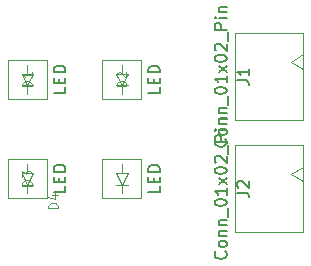
<source format=gbr>
%TF.GenerationSoftware,KiCad,Pcbnew,7.0.6*%
%TF.CreationDate,2023-12-12T11:09:35+00:00*%
%TF.ProjectId,led_holder,6c65645f-686f-46c6-9465-722e6b696361,rev?*%
%TF.SameCoordinates,Original*%
%TF.FileFunction,AssemblyDrawing,Top*%
%FSLAX46Y46*%
G04 Gerber Fmt 4.6, Leading zero omitted, Abs format (unit mm)*
G04 Created by KiCad (PCBNEW 7.0.6) date 2023-12-12 11:09:35*
%MOMM*%
%LPD*%
G01*
G04 APERTURE LIST*
%ADD10C,0.150000*%
%ADD11C,0.080000*%
%ADD12C,0.100000*%
G04 APERTURE END LIST*
D10*
X174759580Y-78559524D02*
X174807200Y-78607143D01*
X174807200Y-78607143D02*
X174854819Y-78750000D01*
X174854819Y-78750000D02*
X174854819Y-78845238D01*
X174854819Y-78845238D02*
X174807200Y-78988095D01*
X174807200Y-78988095D02*
X174711961Y-79083333D01*
X174711961Y-79083333D02*
X174616723Y-79130952D01*
X174616723Y-79130952D02*
X174426247Y-79178571D01*
X174426247Y-79178571D02*
X174283390Y-79178571D01*
X174283390Y-79178571D02*
X174092914Y-79130952D01*
X174092914Y-79130952D02*
X173997676Y-79083333D01*
X173997676Y-79083333D02*
X173902438Y-78988095D01*
X173902438Y-78988095D02*
X173854819Y-78845238D01*
X173854819Y-78845238D02*
X173854819Y-78750000D01*
X173854819Y-78750000D02*
X173902438Y-78607143D01*
X173902438Y-78607143D02*
X173950057Y-78559524D01*
X174854819Y-77988095D02*
X174807200Y-78083333D01*
X174807200Y-78083333D02*
X174759580Y-78130952D01*
X174759580Y-78130952D02*
X174664342Y-78178571D01*
X174664342Y-78178571D02*
X174378628Y-78178571D01*
X174378628Y-78178571D02*
X174283390Y-78130952D01*
X174283390Y-78130952D02*
X174235771Y-78083333D01*
X174235771Y-78083333D02*
X174188152Y-77988095D01*
X174188152Y-77988095D02*
X174188152Y-77845238D01*
X174188152Y-77845238D02*
X174235771Y-77750000D01*
X174235771Y-77750000D02*
X174283390Y-77702381D01*
X174283390Y-77702381D02*
X174378628Y-77654762D01*
X174378628Y-77654762D02*
X174664342Y-77654762D01*
X174664342Y-77654762D02*
X174759580Y-77702381D01*
X174759580Y-77702381D02*
X174807200Y-77750000D01*
X174807200Y-77750000D02*
X174854819Y-77845238D01*
X174854819Y-77845238D02*
X174854819Y-77988095D01*
X174188152Y-77226190D02*
X174854819Y-77226190D01*
X174283390Y-77226190D02*
X174235771Y-77178571D01*
X174235771Y-77178571D02*
X174188152Y-77083333D01*
X174188152Y-77083333D02*
X174188152Y-76940476D01*
X174188152Y-76940476D02*
X174235771Y-76845238D01*
X174235771Y-76845238D02*
X174331009Y-76797619D01*
X174331009Y-76797619D02*
X174854819Y-76797619D01*
X174188152Y-76321428D02*
X174854819Y-76321428D01*
X174283390Y-76321428D02*
X174235771Y-76273809D01*
X174235771Y-76273809D02*
X174188152Y-76178571D01*
X174188152Y-76178571D02*
X174188152Y-76035714D01*
X174188152Y-76035714D02*
X174235771Y-75940476D01*
X174235771Y-75940476D02*
X174331009Y-75892857D01*
X174331009Y-75892857D02*
X174854819Y-75892857D01*
X174950057Y-75654762D02*
X174950057Y-74892857D01*
X173854819Y-74464285D02*
X173854819Y-74369047D01*
X173854819Y-74369047D02*
X173902438Y-74273809D01*
X173902438Y-74273809D02*
X173950057Y-74226190D01*
X173950057Y-74226190D02*
X174045295Y-74178571D01*
X174045295Y-74178571D02*
X174235771Y-74130952D01*
X174235771Y-74130952D02*
X174473866Y-74130952D01*
X174473866Y-74130952D02*
X174664342Y-74178571D01*
X174664342Y-74178571D02*
X174759580Y-74226190D01*
X174759580Y-74226190D02*
X174807200Y-74273809D01*
X174807200Y-74273809D02*
X174854819Y-74369047D01*
X174854819Y-74369047D02*
X174854819Y-74464285D01*
X174854819Y-74464285D02*
X174807200Y-74559523D01*
X174807200Y-74559523D02*
X174759580Y-74607142D01*
X174759580Y-74607142D02*
X174664342Y-74654761D01*
X174664342Y-74654761D02*
X174473866Y-74702380D01*
X174473866Y-74702380D02*
X174235771Y-74702380D01*
X174235771Y-74702380D02*
X174045295Y-74654761D01*
X174045295Y-74654761D02*
X173950057Y-74607142D01*
X173950057Y-74607142D02*
X173902438Y-74559523D01*
X173902438Y-74559523D02*
X173854819Y-74464285D01*
X174854819Y-73178571D02*
X174854819Y-73749999D01*
X174854819Y-73464285D02*
X173854819Y-73464285D01*
X173854819Y-73464285D02*
X173997676Y-73559523D01*
X173997676Y-73559523D02*
X174092914Y-73654761D01*
X174092914Y-73654761D02*
X174140533Y-73749999D01*
X174854819Y-72845237D02*
X174188152Y-72321428D01*
X174188152Y-72845237D02*
X174854819Y-72321428D01*
X173854819Y-71749999D02*
X173854819Y-71654761D01*
X173854819Y-71654761D02*
X173902438Y-71559523D01*
X173902438Y-71559523D02*
X173950057Y-71511904D01*
X173950057Y-71511904D02*
X174045295Y-71464285D01*
X174045295Y-71464285D02*
X174235771Y-71416666D01*
X174235771Y-71416666D02*
X174473866Y-71416666D01*
X174473866Y-71416666D02*
X174664342Y-71464285D01*
X174664342Y-71464285D02*
X174759580Y-71511904D01*
X174759580Y-71511904D02*
X174807200Y-71559523D01*
X174807200Y-71559523D02*
X174854819Y-71654761D01*
X174854819Y-71654761D02*
X174854819Y-71749999D01*
X174854819Y-71749999D02*
X174807200Y-71845237D01*
X174807200Y-71845237D02*
X174759580Y-71892856D01*
X174759580Y-71892856D02*
X174664342Y-71940475D01*
X174664342Y-71940475D02*
X174473866Y-71988094D01*
X174473866Y-71988094D02*
X174235771Y-71988094D01*
X174235771Y-71988094D02*
X174045295Y-71940475D01*
X174045295Y-71940475D02*
X173950057Y-71892856D01*
X173950057Y-71892856D02*
X173902438Y-71845237D01*
X173902438Y-71845237D02*
X173854819Y-71749999D01*
X173950057Y-71035713D02*
X173902438Y-70988094D01*
X173902438Y-70988094D02*
X173854819Y-70892856D01*
X173854819Y-70892856D02*
X173854819Y-70654761D01*
X173854819Y-70654761D02*
X173902438Y-70559523D01*
X173902438Y-70559523D02*
X173950057Y-70511904D01*
X173950057Y-70511904D02*
X174045295Y-70464285D01*
X174045295Y-70464285D02*
X174140533Y-70464285D01*
X174140533Y-70464285D02*
X174283390Y-70511904D01*
X174283390Y-70511904D02*
X174854819Y-71083332D01*
X174854819Y-71083332D02*
X174854819Y-70464285D01*
X174950057Y-70273809D02*
X174950057Y-69511904D01*
X174854819Y-69273808D02*
X173854819Y-69273808D01*
X173854819Y-69273808D02*
X173854819Y-68892856D01*
X173854819Y-68892856D02*
X173902438Y-68797618D01*
X173902438Y-68797618D02*
X173950057Y-68749999D01*
X173950057Y-68749999D02*
X174045295Y-68702380D01*
X174045295Y-68702380D02*
X174188152Y-68702380D01*
X174188152Y-68702380D02*
X174283390Y-68749999D01*
X174283390Y-68749999D02*
X174331009Y-68797618D01*
X174331009Y-68797618D02*
X174378628Y-68892856D01*
X174378628Y-68892856D02*
X174378628Y-69273808D01*
X174854819Y-68273808D02*
X174188152Y-68273808D01*
X173854819Y-68273808D02*
X173902438Y-68321427D01*
X173902438Y-68321427D02*
X173950057Y-68273808D01*
X173950057Y-68273808D02*
X173902438Y-68226189D01*
X173902438Y-68226189D02*
X173854819Y-68273808D01*
X173854819Y-68273808D02*
X173950057Y-68273808D01*
X174188152Y-67797618D02*
X174854819Y-67797618D01*
X174283390Y-67797618D02*
X174235771Y-67749999D01*
X174235771Y-67749999D02*
X174188152Y-67654761D01*
X174188152Y-67654761D02*
X174188152Y-67511904D01*
X174188152Y-67511904D02*
X174235771Y-67416666D01*
X174235771Y-67416666D02*
X174331009Y-67369047D01*
X174331009Y-67369047D02*
X174854819Y-67369047D01*
X175754819Y-73583333D02*
X176469104Y-73583333D01*
X176469104Y-73583333D02*
X176611961Y-73630952D01*
X176611961Y-73630952D02*
X176707200Y-73726190D01*
X176707200Y-73726190D02*
X176754819Y-73869047D01*
X176754819Y-73869047D02*
X176754819Y-73964285D01*
X175850057Y-73154761D02*
X175802438Y-73107142D01*
X175802438Y-73107142D02*
X175754819Y-73011904D01*
X175754819Y-73011904D02*
X175754819Y-72773809D01*
X175754819Y-72773809D02*
X175802438Y-72678571D01*
X175802438Y-72678571D02*
X175850057Y-72630952D01*
X175850057Y-72630952D02*
X175945295Y-72583333D01*
X175945295Y-72583333D02*
X176040533Y-72583333D01*
X176040533Y-72583333D02*
X176183390Y-72630952D01*
X176183390Y-72630952D02*
X176754819Y-73202380D01*
X176754819Y-73202380D02*
X176754819Y-72583333D01*
X174759580Y-69059524D02*
X174807200Y-69107143D01*
X174807200Y-69107143D02*
X174854819Y-69250000D01*
X174854819Y-69250000D02*
X174854819Y-69345238D01*
X174854819Y-69345238D02*
X174807200Y-69488095D01*
X174807200Y-69488095D02*
X174711961Y-69583333D01*
X174711961Y-69583333D02*
X174616723Y-69630952D01*
X174616723Y-69630952D02*
X174426247Y-69678571D01*
X174426247Y-69678571D02*
X174283390Y-69678571D01*
X174283390Y-69678571D02*
X174092914Y-69630952D01*
X174092914Y-69630952D02*
X173997676Y-69583333D01*
X173997676Y-69583333D02*
X173902438Y-69488095D01*
X173902438Y-69488095D02*
X173854819Y-69345238D01*
X173854819Y-69345238D02*
X173854819Y-69250000D01*
X173854819Y-69250000D02*
X173902438Y-69107143D01*
X173902438Y-69107143D02*
X173950057Y-69059524D01*
X174854819Y-68488095D02*
X174807200Y-68583333D01*
X174807200Y-68583333D02*
X174759580Y-68630952D01*
X174759580Y-68630952D02*
X174664342Y-68678571D01*
X174664342Y-68678571D02*
X174378628Y-68678571D01*
X174378628Y-68678571D02*
X174283390Y-68630952D01*
X174283390Y-68630952D02*
X174235771Y-68583333D01*
X174235771Y-68583333D02*
X174188152Y-68488095D01*
X174188152Y-68488095D02*
X174188152Y-68345238D01*
X174188152Y-68345238D02*
X174235771Y-68250000D01*
X174235771Y-68250000D02*
X174283390Y-68202381D01*
X174283390Y-68202381D02*
X174378628Y-68154762D01*
X174378628Y-68154762D02*
X174664342Y-68154762D01*
X174664342Y-68154762D02*
X174759580Y-68202381D01*
X174759580Y-68202381D02*
X174807200Y-68250000D01*
X174807200Y-68250000D02*
X174854819Y-68345238D01*
X174854819Y-68345238D02*
X174854819Y-68488095D01*
X174188152Y-67726190D02*
X174854819Y-67726190D01*
X174283390Y-67726190D02*
X174235771Y-67678571D01*
X174235771Y-67678571D02*
X174188152Y-67583333D01*
X174188152Y-67583333D02*
X174188152Y-67440476D01*
X174188152Y-67440476D02*
X174235771Y-67345238D01*
X174235771Y-67345238D02*
X174331009Y-67297619D01*
X174331009Y-67297619D02*
X174854819Y-67297619D01*
X174188152Y-66821428D02*
X174854819Y-66821428D01*
X174283390Y-66821428D02*
X174235771Y-66773809D01*
X174235771Y-66773809D02*
X174188152Y-66678571D01*
X174188152Y-66678571D02*
X174188152Y-66535714D01*
X174188152Y-66535714D02*
X174235771Y-66440476D01*
X174235771Y-66440476D02*
X174331009Y-66392857D01*
X174331009Y-66392857D02*
X174854819Y-66392857D01*
X174950057Y-66154762D02*
X174950057Y-65392857D01*
X173854819Y-64964285D02*
X173854819Y-64869047D01*
X173854819Y-64869047D02*
X173902438Y-64773809D01*
X173902438Y-64773809D02*
X173950057Y-64726190D01*
X173950057Y-64726190D02*
X174045295Y-64678571D01*
X174045295Y-64678571D02*
X174235771Y-64630952D01*
X174235771Y-64630952D02*
X174473866Y-64630952D01*
X174473866Y-64630952D02*
X174664342Y-64678571D01*
X174664342Y-64678571D02*
X174759580Y-64726190D01*
X174759580Y-64726190D02*
X174807200Y-64773809D01*
X174807200Y-64773809D02*
X174854819Y-64869047D01*
X174854819Y-64869047D02*
X174854819Y-64964285D01*
X174854819Y-64964285D02*
X174807200Y-65059523D01*
X174807200Y-65059523D02*
X174759580Y-65107142D01*
X174759580Y-65107142D02*
X174664342Y-65154761D01*
X174664342Y-65154761D02*
X174473866Y-65202380D01*
X174473866Y-65202380D02*
X174235771Y-65202380D01*
X174235771Y-65202380D02*
X174045295Y-65154761D01*
X174045295Y-65154761D02*
X173950057Y-65107142D01*
X173950057Y-65107142D02*
X173902438Y-65059523D01*
X173902438Y-65059523D02*
X173854819Y-64964285D01*
X174854819Y-63678571D02*
X174854819Y-64249999D01*
X174854819Y-63964285D02*
X173854819Y-63964285D01*
X173854819Y-63964285D02*
X173997676Y-64059523D01*
X173997676Y-64059523D02*
X174092914Y-64154761D01*
X174092914Y-64154761D02*
X174140533Y-64249999D01*
X174854819Y-63345237D02*
X174188152Y-62821428D01*
X174188152Y-63345237D02*
X174854819Y-62821428D01*
X173854819Y-62249999D02*
X173854819Y-62154761D01*
X173854819Y-62154761D02*
X173902438Y-62059523D01*
X173902438Y-62059523D02*
X173950057Y-62011904D01*
X173950057Y-62011904D02*
X174045295Y-61964285D01*
X174045295Y-61964285D02*
X174235771Y-61916666D01*
X174235771Y-61916666D02*
X174473866Y-61916666D01*
X174473866Y-61916666D02*
X174664342Y-61964285D01*
X174664342Y-61964285D02*
X174759580Y-62011904D01*
X174759580Y-62011904D02*
X174807200Y-62059523D01*
X174807200Y-62059523D02*
X174854819Y-62154761D01*
X174854819Y-62154761D02*
X174854819Y-62249999D01*
X174854819Y-62249999D02*
X174807200Y-62345237D01*
X174807200Y-62345237D02*
X174759580Y-62392856D01*
X174759580Y-62392856D02*
X174664342Y-62440475D01*
X174664342Y-62440475D02*
X174473866Y-62488094D01*
X174473866Y-62488094D02*
X174235771Y-62488094D01*
X174235771Y-62488094D02*
X174045295Y-62440475D01*
X174045295Y-62440475D02*
X173950057Y-62392856D01*
X173950057Y-62392856D02*
X173902438Y-62345237D01*
X173902438Y-62345237D02*
X173854819Y-62249999D01*
X173950057Y-61535713D02*
X173902438Y-61488094D01*
X173902438Y-61488094D02*
X173854819Y-61392856D01*
X173854819Y-61392856D02*
X173854819Y-61154761D01*
X173854819Y-61154761D02*
X173902438Y-61059523D01*
X173902438Y-61059523D02*
X173950057Y-61011904D01*
X173950057Y-61011904D02*
X174045295Y-60964285D01*
X174045295Y-60964285D02*
X174140533Y-60964285D01*
X174140533Y-60964285D02*
X174283390Y-61011904D01*
X174283390Y-61011904D02*
X174854819Y-61583332D01*
X174854819Y-61583332D02*
X174854819Y-60964285D01*
X174950057Y-60773809D02*
X174950057Y-60011904D01*
X174854819Y-59773808D02*
X173854819Y-59773808D01*
X173854819Y-59773808D02*
X173854819Y-59392856D01*
X173854819Y-59392856D02*
X173902438Y-59297618D01*
X173902438Y-59297618D02*
X173950057Y-59249999D01*
X173950057Y-59249999D02*
X174045295Y-59202380D01*
X174045295Y-59202380D02*
X174188152Y-59202380D01*
X174188152Y-59202380D02*
X174283390Y-59249999D01*
X174283390Y-59249999D02*
X174331009Y-59297618D01*
X174331009Y-59297618D02*
X174378628Y-59392856D01*
X174378628Y-59392856D02*
X174378628Y-59773808D01*
X174854819Y-58773808D02*
X174188152Y-58773808D01*
X173854819Y-58773808D02*
X173902438Y-58821427D01*
X173902438Y-58821427D02*
X173950057Y-58773808D01*
X173950057Y-58773808D02*
X173902438Y-58726189D01*
X173902438Y-58726189D02*
X173854819Y-58773808D01*
X173854819Y-58773808D02*
X173950057Y-58773808D01*
X174188152Y-58297618D02*
X174854819Y-58297618D01*
X174283390Y-58297618D02*
X174235771Y-58249999D01*
X174235771Y-58249999D02*
X174188152Y-58154761D01*
X174188152Y-58154761D02*
X174188152Y-58011904D01*
X174188152Y-58011904D02*
X174235771Y-57916666D01*
X174235771Y-57916666D02*
X174331009Y-57869047D01*
X174331009Y-57869047D02*
X174854819Y-57869047D01*
X175754819Y-64083333D02*
X176469104Y-64083333D01*
X176469104Y-64083333D02*
X176611961Y-64130952D01*
X176611961Y-64130952D02*
X176707200Y-64226190D01*
X176707200Y-64226190D02*
X176754819Y-64369047D01*
X176754819Y-64369047D02*
X176754819Y-64464285D01*
X176754819Y-63083333D02*
X176754819Y-63654761D01*
X176754819Y-63369047D02*
X175754819Y-63369047D01*
X175754819Y-63369047D02*
X175897676Y-63464285D01*
X175897676Y-63464285D02*
X175992914Y-63559523D01*
X175992914Y-63559523D02*
X176040533Y-63654761D01*
X169204819Y-73042857D02*
X169204819Y-73519047D01*
X169204819Y-73519047D02*
X168204819Y-73519047D01*
X168681009Y-72709523D02*
X168681009Y-72376190D01*
X169204819Y-72233333D02*
X169204819Y-72709523D01*
X169204819Y-72709523D02*
X168204819Y-72709523D01*
X168204819Y-72709523D02*
X168204819Y-72233333D01*
X169204819Y-71804761D02*
X168204819Y-71804761D01*
X168204819Y-71804761D02*
X168204819Y-71566666D01*
X168204819Y-71566666D02*
X168252438Y-71423809D01*
X168252438Y-71423809D02*
X168347676Y-71328571D01*
X168347676Y-71328571D02*
X168442914Y-71280952D01*
X168442914Y-71280952D02*
X168633390Y-71233333D01*
X168633390Y-71233333D02*
X168776247Y-71233333D01*
X168776247Y-71233333D02*
X168966723Y-71280952D01*
X168966723Y-71280952D02*
X169061961Y-71328571D01*
X169061961Y-71328571D02*
X169157200Y-71423809D01*
X169157200Y-71423809D02*
X169204819Y-71566666D01*
X169204819Y-71566666D02*
X169204819Y-71804761D01*
D11*
X160565935Y-74890475D02*
X159765935Y-74890475D01*
X159765935Y-74890475D02*
X159765935Y-74699999D01*
X159765935Y-74699999D02*
X159804030Y-74585713D01*
X159804030Y-74585713D02*
X159880220Y-74509523D01*
X159880220Y-74509523D02*
X159956411Y-74471428D01*
X159956411Y-74471428D02*
X160108792Y-74433332D01*
X160108792Y-74433332D02*
X160223078Y-74433332D01*
X160223078Y-74433332D02*
X160375459Y-74471428D01*
X160375459Y-74471428D02*
X160451649Y-74509523D01*
X160451649Y-74509523D02*
X160527840Y-74585713D01*
X160527840Y-74585713D02*
X160565935Y-74699999D01*
X160565935Y-74699999D02*
X160565935Y-74890475D01*
X160032601Y-73747618D02*
X160565935Y-73747618D01*
X159727840Y-73938094D02*
X160299268Y-74128571D01*
X160299268Y-74128571D02*
X160299268Y-73633332D01*
D10*
X161204819Y-73042857D02*
X161204819Y-73519047D01*
X161204819Y-73519047D02*
X160204819Y-73519047D01*
X160681009Y-72709523D02*
X160681009Y-72376190D01*
X161204819Y-72233333D02*
X161204819Y-72709523D01*
X161204819Y-72709523D02*
X160204819Y-72709523D01*
X160204819Y-72709523D02*
X160204819Y-72233333D01*
X161204819Y-71804761D02*
X160204819Y-71804761D01*
X160204819Y-71804761D02*
X160204819Y-71566666D01*
X160204819Y-71566666D02*
X160252438Y-71423809D01*
X160252438Y-71423809D02*
X160347676Y-71328571D01*
X160347676Y-71328571D02*
X160442914Y-71280952D01*
X160442914Y-71280952D02*
X160633390Y-71233333D01*
X160633390Y-71233333D02*
X160776247Y-71233333D01*
X160776247Y-71233333D02*
X160966723Y-71280952D01*
X160966723Y-71280952D02*
X161061961Y-71328571D01*
X161061961Y-71328571D02*
X161157200Y-71423809D01*
X161157200Y-71423809D02*
X161204819Y-71566666D01*
X161204819Y-71566666D02*
X161204819Y-71804761D01*
D11*
X158365935Y-72990475D02*
X157565935Y-72990475D01*
X157565935Y-72990475D02*
X157565935Y-72799999D01*
X157565935Y-72799999D02*
X157604030Y-72685713D01*
X157604030Y-72685713D02*
X157680220Y-72609523D01*
X157680220Y-72609523D02*
X157756411Y-72571428D01*
X157756411Y-72571428D02*
X157908792Y-72533332D01*
X157908792Y-72533332D02*
X158023078Y-72533332D01*
X158023078Y-72533332D02*
X158175459Y-72571428D01*
X158175459Y-72571428D02*
X158251649Y-72609523D01*
X158251649Y-72609523D02*
X158327840Y-72685713D01*
X158327840Y-72685713D02*
X158365935Y-72799999D01*
X158365935Y-72799999D02*
X158365935Y-72990475D01*
X157565935Y-72266666D02*
X157565935Y-71771428D01*
X157565935Y-71771428D02*
X157870697Y-72038094D01*
X157870697Y-72038094D02*
X157870697Y-71923809D01*
X157870697Y-71923809D02*
X157908792Y-71847618D01*
X157908792Y-71847618D02*
X157946887Y-71809523D01*
X157946887Y-71809523D02*
X158023078Y-71771428D01*
X158023078Y-71771428D02*
X158213554Y-71771428D01*
X158213554Y-71771428D02*
X158289744Y-71809523D01*
X158289744Y-71809523D02*
X158327840Y-71847618D01*
X158327840Y-71847618D02*
X158365935Y-71923809D01*
X158365935Y-71923809D02*
X158365935Y-72152380D01*
X158365935Y-72152380D02*
X158327840Y-72228571D01*
X158327840Y-72228571D02*
X158289744Y-72266666D01*
D10*
X169204819Y-64642857D02*
X169204819Y-65119047D01*
X169204819Y-65119047D02*
X168204819Y-65119047D01*
X168681009Y-64309523D02*
X168681009Y-63976190D01*
X169204819Y-63833333D02*
X169204819Y-64309523D01*
X169204819Y-64309523D02*
X168204819Y-64309523D01*
X168204819Y-64309523D02*
X168204819Y-63833333D01*
X169204819Y-63404761D02*
X168204819Y-63404761D01*
X168204819Y-63404761D02*
X168204819Y-63166666D01*
X168204819Y-63166666D02*
X168252438Y-63023809D01*
X168252438Y-63023809D02*
X168347676Y-62928571D01*
X168347676Y-62928571D02*
X168442914Y-62880952D01*
X168442914Y-62880952D02*
X168633390Y-62833333D01*
X168633390Y-62833333D02*
X168776247Y-62833333D01*
X168776247Y-62833333D02*
X168966723Y-62880952D01*
X168966723Y-62880952D02*
X169061961Y-62928571D01*
X169061961Y-62928571D02*
X169157200Y-63023809D01*
X169157200Y-63023809D02*
X169204819Y-63166666D01*
X169204819Y-63166666D02*
X169204819Y-63404761D01*
D11*
X166365935Y-64590475D02*
X165565935Y-64590475D01*
X165565935Y-64590475D02*
X165565935Y-64399999D01*
X165565935Y-64399999D02*
X165604030Y-64285713D01*
X165604030Y-64285713D02*
X165680220Y-64209523D01*
X165680220Y-64209523D02*
X165756411Y-64171428D01*
X165756411Y-64171428D02*
X165908792Y-64133332D01*
X165908792Y-64133332D02*
X166023078Y-64133332D01*
X166023078Y-64133332D02*
X166175459Y-64171428D01*
X166175459Y-64171428D02*
X166251649Y-64209523D01*
X166251649Y-64209523D02*
X166327840Y-64285713D01*
X166327840Y-64285713D02*
X166365935Y-64399999D01*
X166365935Y-64399999D02*
X166365935Y-64590475D01*
X165642125Y-63828571D02*
X165604030Y-63790475D01*
X165604030Y-63790475D02*
X165565935Y-63714285D01*
X165565935Y-63714285D02*
X165565935Y-63523809D01*
X165565935Y-63523809D02*
X165604030Y-63447618D01*
X165604030Y-63447618D02*
X165642125Y-63409523D01*
X165642125Y-63409523D02*
X165718316Y-63371428D01*
X165718316Y-63371428D02*
X165794506Y-63371428D01*
X165794506Y-63371428D02*
X165908792Y-63409523D01*
X165908792Y-63409523D02*
X166365935Y-63866666D01*
X166365935Y-63866666D02*
X166365935Y-63371428D01*
D10*
X161204819Y-64642857D02*
X161204819Y-65119047D01*
X161204819Y-65119047D02*
X160204819Y-65119047D01*
X160681009Y-64309523D02*
X160681009Y-63976190D01*
X161204819Y-63833333D02*
X161204819Y-64309523D01*
X161204819Y-64309523D02*
X160204819Y-64309523D01*
X160204819Y-64309523D02*
X160204819Y-63833333D01*
X161204819Y-63404761D02*
X160204819Y-63404761D01*
X160204819Y-63404761D02*
X160204819Y-63166666D01*
X160204819Y-63166666D02*
X160252438Y-63023809D01*
X160252438Y-63023809D02*
X160347676Y-62928571D01*
X160347676Y-62928571D02*
X160442914Y-62880952D01*
X160442914Y-62880952D02*
X160633390Y-62833333D01*
X160633390Y-62833333D02*
X160776247Y-62833333D01*
X160776247Y-62833333D02*
X160966723Y-62880952D01*
X160966723Y-62880952D02*
X161061961Y-62928571D01*
X161061961Y-62928571D02*
X161157200Y-63023809D01*
X161157200Y-63023809D02*
X161204819Y-63166666D01*
X161204819Y-63166666D02*
X161204819Y-63404761D01*
D11*
X158365935Y-64590475D02*
X157565935Y-64590475D01*
X157565935Y-64590475D02*
X157565935Y-64399999D01*
X157565935Y-64399999D02*
X157604030Y-64285713D01*
X157604030Y-64285713D02*
X157680220Y-64209523D01*
X157680220Y-64209523D02*
X157756411Y-64171428D01*
X157756411Y-64171428D02*
X157908792Y-64133332D01*
X157908792Y-64133332D02*
X158023078Y-64133332D01*
X158023078Y-64133332D02*
X158175459Y-64171428D01*
X158175459Y-64171428D02*
X158251649Y-64209523D01*
X158251649Y-64209523D02*
X158327840Y-64285713D01*
X158327840Y-64285713D02*
X158365935Y-64399999D01*
X158365935Y-64399999D02*
X158365935Y-64590475D01*
X158365935Y-63371428D02*
X158365935Y-63828571D01*
X158365935Y-63599999D02*
X157565935Y-63599999D01*
X157565935Y-63599999D02*
X157680220Y-63676190D01*
X157680220Y-63676190D02*
X157756411Y-63752380D01*
X157756411Y-63752380D02*
X157794506Y-63828571D01*
D12*
%TO.C,J2*%
X181350000Y-69550000D02*
X175600000Y-69550000D01*
X181350000Y-71375000D02*
X180350000Y-72000000D01*
X175600000Y-69550000D02*
X175600000Y-76950000D01*
X175600000Y-76950000D02*
X181350000Y-76950000D01*
X181350000Y-76950000D02*
X181350000Y-69550000D01*
X180350000Y-72000000D02*
X181350000Y-72625000D01*
%TO.C,J1*%
X180350000Y-62500000D02*
X181350000Y-63125000D01*
X181350000Y-67450000D02*
X181350000Y-60050000D01*
X175600000Y-67450000D02*
X181350000Y-67450000D01*
X175600000Y-60050000D02*
X175600000Y-67450000D01*
X181350000Y-61875000D02*
X180350000Y-62500000D01*
X181350000Y-60050000D02*
X175600000Y-60050000D01*
%TO.C,D4*%
X166000000Y-71150000D02*
X166000000Y-71900000D01*
X166500000Y-71900000D02*
X166000000Y-72900000D01*
X167650000Y-70750000D02*
X167650000Y-74050000D01*
X165500000Y-72900000D02*
X166500000Y-72900000D01*
X165500000Y-71900000D02*
X166500000Y-71900000D01*
X164350000Y-74050000D02*
X164350000Y-70750000D01*
X166000000Y-73650000D02*
X166000000Y-72900000D01*
X166000000Y-72900000D02*
X165500000Y-71900000D01*
X167650000Y-74050000D02*
X164350000Y-74050000D01*
X164350000Y-70750000D02*
X167650000Y-70750000D01*
%TO.C,D3*%
X158000000Y-71150000D02*
X158000000Y-71900000D01*
X158500000Y-71900000D02*
X158000000Y-72900000D01*
X159650000Y-70750000D02*
X159650000Y-74050000D01*
X157500000Y-72900000D02*
X158500000Y-72900000D01*
X157500000Y-71900000D02*
X158500000Y-71900000D01*
X156350000Y-74050000D02*
X156350000Y-70750000D01*
X158000000Y-73650000D02*
X158000000Y-72900000D01*
X158000000Y-72900000D02*
X157500000Y-71900000D01*
X159650000Y-74050000D02*
X156350000Y-74050000D01*
X156350000Y-70750000D02*
X159650000Y-70750000D01*
%TO.C,D2*%
X166000000Y-62750000D02*
X166000000Y-63500000D01*
X166500000Y-63500000D02*
X166000000Y-64500000D01*
X167650000Y-62350000D02*
X167650000Y-65650000D01*
X165500000Y-64500000D02*
X166500000Y-64500000D01*
X165500000Y-63500000D02*
X166500000Y-63500000D01*
X164350000Y-65650000D02*
X164350000Y-62350000D01*
X166000000Y-65250000D02*
X166000000Y-64500000D01*
X166000000Y-64500000D02*
X165500000Y-63500000D01*
X167650000Y-65650000D02*
X164350000Y-65650000D01*
X164350000Y-62350000D02*
X167650000Y-62350000D01*
%TO.C,D1*%
X156350000Y-62350000D02*
X159650000Y-62350000D01*
X159650000Y-65650000D02*
X156350000Y-65650000D01*
X158000000Y-64500000D02*
X157500000Y-63500000D01*
X158000000Y-65250000D02*
X158000000Y-64500000D01*
X156350000Y-65650000D02*
X156350000Y-62350000D01*
X157500000Y-63500000D02*
X158500000Y-63500000D01*
X157500000Y-64500000D02*
X158500000Y-64500000D01*
X159650000Y-62350000D02*
X159650000Y-65650000D01*
X158500000Y-63500000D02*
X158000000Y-64500000D01*
X158000000Y-62750000D02*
X158000000Y-63500000D01*
%TD*%
M02*

</source>
